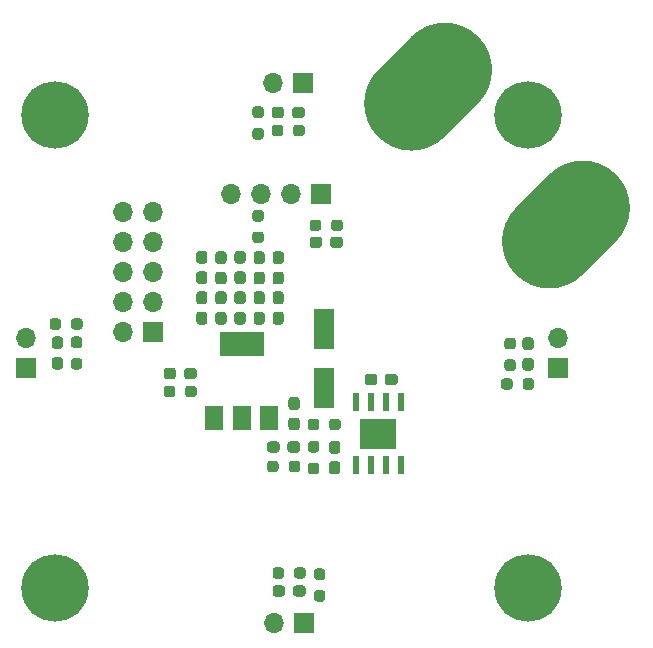
<source format=gbr>
%TF.GenerationSoftware,KiCad,Pcbnew,(5.1.8-0-10_14)*%
%TF.CreationDate,2021-02-18T22:33:31+08:00*%
%TF.ProjectId,batt_board,62617474-5f62-46f6-9172-642e6b696361,v0.2*%
%TF.SameCoordinates,Original*%
%TF.FileFunction,Soldermask,Top*%
%TF.FilePolarity,Negative*%
%FSLAX46Y46*%
G04 Gerber Fmt 4.6, Leading zero omitted, Abs format (unit mm)*
G04 Created by KiCad (PCBNEW (5.1.8-0-10_14)) date 2021-02-18 22:33:31*
%MOMM*%
%LPD*%
G01*
G04 APERTURE LIST*
%ADD10R,1.700000X1.700000*%
%ADD11O,1.700000X1.700000*%
%ADD12C,5.700000*%
%ADD13C,3.600000*%
%ADD14R,1.500000X2.000000*%
%ADD15R,3.800000X2.000000*%
%ADD16R,0.600000X1.550000*%
%ADD17R,3.100000X2.600000*%
%ADD18R,1.800000X3.500000*%
G04 APERTURE END LIST*
D10*
%TO.C,conn2upper1*%
X128270000Y-83312000D03*
D11*
X125730000Y-83312000D03*
X128270000Y-80772000D03*
X125730000Y-80772000D03*
X128270000Y-78232000D03*
X125730000Y-78232000D03*
X128270000Y-75692000D03*
X125730000Y-75692000D03*
X128270000Y-73152000D03*
X125730000Y-73152000D03*
%TD*%
D12*
%TO.C,H4*%
X160000000Y-65000000D03*
D13*
X160000000Y-65000000D03*
%TD*%
%TO.C,J_Batt*%
G36*
G01*
X158984723Y-72841309D02*
X161813151Y-70012881D01*
G75*
G02*
X167470005Y-70012881I2828427J-2828427D01*
G01*
X167470005Y-70012881D01*
G75*
G02*
X167470005Y-75669735I-2828427J-2828427D01*
G01*
X164641577Y-78498163D01*
G75*
G02*
X158984723Y-78498163I-2828427J2828427D01*
G01*
X158984723Y-78498163D01*
G75*
G02*
X158984723Y-72841309I2828427J2828427D01*
G01*
G37*
G36*
G01*
X147310390Y-61166976D02*
X150138818Y-58338548D01*
G75*
G02*
X155795672Y-58338548I2828427J-2828427D01*
G01*
X155795672Y-58338548D01*
G75*
G02*
X155795672Y-63995402I-2828427J-2828427D01*
G01*
X152967244Y-66823830D01*
G75*
G02*
X147310390Y-66823830I-2828427J2828427D01*
G01*
X147310390Y-66823830D01*
G75*
G02*
X147310390Y-61166976I2828427J2828427D01*
G01*
G37*
%TD*%
D12*
%TO.C,H2*%
X120000000Y-105000000D03*
D13*
X120000000Y-105000000D03*
%TD*%
D14*
%TO.C,U2*%
X133463000Y-90653000D03*
X138063000Y-90653000D03*
X135763000Y-90653000D03*
D15*
X135763000Y-84353000D03*
%TD*%
D16*
%TO.C,U1*%
X145415000Y-89248000D03*
X146685000Y-89248000D03*
X147955000Y-89248000D03*
X149225000Y-89248000D03*
X149225000Y-94648000D03*
X147955000Y-94648000D03*
X146685000Y-94648000D03*
X145415000Y-94648000D03*
D17*
X147320000Y-91948000D03*
%TD*%
D10*
%TO.C,Receiver1*%
X142494000Y-71628000D03*
D11*
X139954000Y-71628000D03*
X137414000Y-71628000D03*
X134874000Y-71628000D03*
%TD*%
%TO.C,R13*%
G36*
G01*
X137397500Y-75822000D02*
X136922500Y-75822000D01*
G75*
G02*
X136685000Y-75584500I0J237500D01*
G01*
X136685000Y-75084500D01*
G75*
G02*
X136922500Y-74847000I237500J0D01*
G01*
X137397500Y-74847000D01*
G75*
G02*
X137635000Y-75084500I0J-237500D01*
G01*
X137635000Y-75584500D01*
G75*
G02*
X137397500Y-75822000I-237500J0D01*
G01*
G37*
G36*
G01*
X137397500Y-73997000D02*
X136922500Y-73997000D01*
G75*
G02*
X136685000Y-73759500I0J237500D01*
G01*
X136685000Y-73259500D01*
G75*
G02*
X136922500Y-73022000I237500J0D01*
G01*
X137397500Y-73022000D01*
G75*
G02*
X137635000Y-73259500I0J-237500D01*
G01*
X137635000Y-73759500D01*
G75*
G02*
X137397500Y-73997000I-237500J0D01*
G01*
G37*
%TD*%
%TO.C,R12*%
G36*
G01*
X121329000Y-82914500D02*
X121329000Y-82439500D01*
G75*
G02*
X121566500Y-82202000I237500J0D01*
G01*
X122066500Y-82202000D01*
G75*
G02*
X122304000Y-82439500I0J-237500D01*
G01*
X122304000Y-82914500D01*
G75*
G02*
X122066500Y-83152000I-237500J0D01*
G01*
X121566500Y-83152000D01*
G75*
G02*
X121329000Y-82914500I0J237500D01*
G01*
G37*
G36*
G01*
X119504000Y-82914500D02*
X119504000Y-82439500D01*
G75*
G02*
X119741500Y-82202000I237500J0D01*
G01*
X120241500Y-82202000D01*
G75*
G02*
X120479000Y-82439500I0J-237500D01*
G01*
X120479000Y-82914500D01*
G75*
G02*
X120241500Y-83152000I-237500J0D01*
G01*
X119741500Y-83152000D01*
G75*
G02*
X119504000Y-82914500I0J237500D01*
G01*
G37*
%TD*%
%TO.C,R11*%
G36*
G01*
X142604500Y-104350000D02*
X142129500Y-104350000D01*
G75*
G02*
X141892000Y-104112500I0J237500D01*
G01*
X141892000Y-103612500D01*
G75*
G02*
X142129500Y-103375000I237500J0D01*
G01*
X142604500Y-103375000D01*
G75*
G02*
X142842000Y-103612500I0J-237500D01*
G01*
X142842000Y-104112500D01*
G75*
G02*
X142604500Y-104350000I-237500J0D01*
G01*
G37*
G36*
G01*
X142604500Y-106175000D02*
X142129500Y-106175000D01*
G75*
G02*
X141892000Y-105937500I0J237500D01*
G01*
X141892000Y-105437500D01*
G75*
G02*
X142129500Y-105200000I237500J0D01*
G01*
X142604500Y-105200000D01*
G75*
G02*
X142842000Y-105437500I0J-237500D01*
G01*
X142842000Y-105937500D01*
G75*
G02*
X142604500Y-106175000I-237500J0D01*
G01*
G37*
%TD*%
%TO.C,R10*%
G36*
G01*
X158706000Y-87519500D02*
X158706000Y-87994500D01*
G75*
G02*
X158468500Y-88232000I-237500J0D01*
G01*
X157968500Y-88232000D01*
G75*
G02*
X157731000Y-87994500I0J237500D01*
G01*
X157731000Y-87519500D01*
G75*
G02*
X157968500Y-87282000I237500J0D01*
G01*
X158468500Y-87282000D01*
G75*
G02*
X158706000Y-87519500I0J-237500D01*
G01*
G37*
G36*
G01*
X160531000Y-87519500D02*
X160531000Y-87994500D01*
G75*
G02*
X160293500Y-88232000I-237500J0D01*
G01*
X159793500Y-88232000D01*
G75*
G02*
X159556000Y-87994500I0J237500D01*
G01*
X159556000Y-87519500D01*
G75*
G02*
X159793500Y-87282000I237500J0D01*
G01*
X160293500Y-87282000D01*
G75*
G02*
X160531000Y-87519500I0J-237500D01*
G01*
G37*
%TD*%
%TO.C,R9*%
G36*
G01*
X136922500Y-66084000D02*
X137397500Y-66084000D01*
G75*
G02*
X137635000Y-66321500I0J-237500D01*
G01*
X137635000Y-66821500D01*
G75*
G02*
X137397500Y-67059000I-237500J0D01*
G01*
X136922500Y-67059000D01*
G75*
G02*
X136685000Y-66821500I0J237500D01*
G01*
X136685000Y-66321500D01*
G75*
G02*
X136922500Y-66084000I237500J0D01*
G01*
G37*
G36*
G01*
X136922500Y-64259000D02*
X137397500Y-64259000D01*
G75*
G02*
X137635000Y-64496500I0J-237500D01*
G01*
X137635000Y-64996500D01*
G75*
G02*
X137397500Y-65234000I-237500J0D01*
G01*
X136922500Y-65234000D01*
G75*
G02*
X136685000Y-64996500I0J237500D01*
G01*
X136685000Y-64496500D01*
G75*
G02*
X136922500Y-64259000I237500J0D01*
G01*
G37*
%TD*%
%TO.C,R8*%
G36*
G01*
X130131000Y-88154500D02*
X130131000Y-88629500D01*
G75*
G02*
X129893500Y-88867000I-237500J0D01*
G01*
X129393500Y-88867000D01*
G75*
G02*
X129156000Y-88629500I0J237500D01*
G01*
X129156000Y-88154500D01*
G75*
G02*
X129393500Y-87917000I237500J0D01*
G01*
X129893500Y-87917000D01*
G75*
G02*
X130131000Y-88154500I0J-237500D01*
G01*
G37*
G36*
G01*
X131956000Y-88154500D02*
X131956000Y-88629500D01*
G75*
G02*
X131718500Y-88867000I-237500J0D01*
G01*
X131218500Y-88867000D01*
G75*
G02*
X130981000Y-88629500I0J237500D01*
G01*
X130981000Y-88154500D01*
G75*
G02*
X131218500Y-87917000I237500J0D01*
G01*
X131718500Y-87917000D01*
G75*
G02*
X131956000Y-88154500I0J-237500D01*
G01*
G37*
%TD*%
%TO.C,R7*%
G36*
G01*
X138894000Y-94504500D02*
X138894000Y-94979500D01*
G75*
G02*
X138656500Y-95217000I-237500J0D01*
G01*
X138156500Y-95217000D01*
G75*
G02*
X137919000Y-94979500I0J237500D01*
G01*
X137919000Y-94504500D01*
G75*
G02*
X138156500Y-94267000I237500J0D01*
G01*
X138656500Y-94267000D01*
G75*
G02*
X138894000Y-94504500I0J-237500D01*
G01*
G37*
G36*
G01*
X140719000Y-94504500D02*
X140719000Y-94979500D01*
G75*
G02*
X140481500Y-95217000I-237500J0D01*
G01*
X139981500Y-95217000D01*
G75*
G02*
X139744000Y-94979500I0J237500D01*
G01*
X139744000Y-94504500D01*
G75*
G02*
X139981500Y-94267000I237500J0D01*
G01*
X140481500Y-94267000D01*
G75*
G02*
X140719000Y-94504500I0J-237500D01*
G01*
G37*
%TD*%
%TO.C,R6*%
G36*
G01*
X141621500Y-94405000D02*
X142096500Y-94405000D01*
G75*
G02*
X142334000Y-94642500I0J-237500D01*
G01*
X142334000Y-95142500D01*
G75*
G02*
X142096500Y-95380000I-237500J0D01*
G01*
X141621500Y-95380000D01*
G75*
G02*
X141384000Y-95142500I0J237500D01*
G01*
X141384000Y-94642500D01*
G75*
G02*
X141621500Y-94405000I237500J0D01*
G01*
G37*
G36*
G01*
X141621500Y-92580000D02*
X142096500Y-92580000D01*
G75*
G02*
X142334000Y-92817500I0J-237500D01*
G01*
X142334000Y-93317500D01*
G75*
G02*
X142096500Y-93555000I-237500J0D01*
G01*
X141621500Y-93555000D01*
G75*
G02*
X141384000Y-93317500I0J237500D01*
G01*
X141384000Y-92817500D01*
G75*
G02*
X141621500Y-92580000I237500J0D01*
G01*
G37*
%TD*%
%TO.C,R5*%
G36*
G01*
X141523964Y-74560233D02*
X141523964Y-74085233D01*
G75*
G02*
X141761464Y-73847733I237500J0D01*
G01*
X142261464Y-73847733D01*
G75*
G02*
X142498964Y-74085233I0J-237500D01*
G01*
X142498964Y-74560233D01*
G75*
G02*
X142261464Y-74797733I-237500J0D01*
G01*
X141761464Y-74797733D01*
G75*
G02*
X141523964Y-74560233I0J237500D01*
G01*
G37*
G36*
G01*
X143348964Y-74560233D02*
X143348964Y-74085233D01*
G75*
G02*
X143586464Y-73847733I237500J0D01*
G01*
X144086464Y-73847733D01*
G75*
G02*
X144323964Y-74085233I0J-237500D01*
G01*
X144323964Y-74560233D01*
G75*
G02*
X144086464Y-74797733I-237500J0D01*
G01*
X143586464Y-74797733D01*
G75*
G02*
X143348964Y-74560233I0J237500D01*
G01*
G37*
%TD*%
%TO.C,R4*%
G36*
G01*
X122028122Y-84706715D02*
X121553122Y-84706715D01*
G75*
G02*
X121315622Y-84469215I0J237500D01*
G01*
X121315622Y-83969215D01*
G75*
G02*
X121553122Y-83731715I237500J0D01*
G01*
X122028122Y-83731715D01*
G75*
G02*
X122265622Y-83969215I0J-237500D01*
G01*
X122265622Y-84469215D01*
G75*
G02*
X122028122Y-84706715I-237500J0D01*
G01*
G37*
G36*
G01*
X122028122Y-86531715D02*
X121553122Y-86531715D01*
G75*
G02*
X121315622Y-86294215I0J237500D01*
G01*
X121315622Y-85794215D01*
G75*
G02*
X121553122Y-85556715I237500J0D01*
G01*
X122028122Y-85556715D01*
G75*
G02*
X122265622Y-85794215I0J-237500D01*
G01*
X122265622Y-86294215D01*
G75*
G02*
X122028122Y-86531715I-237500J0D01*
G01*
G37*
%TD*%
%TO.C,R3*%
G36*
G01*
X139357000Y-103521500D02*
X139357000Y-103996500D01*
G75*
G02*
X139119500Y-104234000I-237500J0D01*
G01*
X138619500Y-104234000D01*
G75*
G02*
X138382000Y-103996500I0J237500D01*
G01*
X138382000Y-103521500D01*
G75*
G02*
X138619500Y-103284000I237500J0D01*
G01*
X139119500Y-103284000D01*
G75*
G02*
X139357000Y-103521500I0J-237500D01*
G01*
G37*
G36*
G01*
X141182000Y-103521500D02*
X141182000Y-103996500D01*
G75*
G02*
X140944500Y-104234000I-237500J0D01*
G01*
X140444500Y-104234000D01*
G75*
G02*
X140207000Y-103996500I0J237500D01*
G01*
X140207000Y-103521500D01*
G75*
G02*
X140444500Y-103284000I237500J0D01*
G01*
X140944500Y-103284000D01*
G75*
G02*
X141182000Y-103521500I0J-237500D01*
G01*
G37*
%TD*%
%TO.C,R2*%
G36*
G01*
X158258500Y-85668014D02*
X158733500Y-85668014D01*
G75*
G02*
X158971000Y-85905514I0J-237500D01*
G01*
X158971000Y-86405514D01*
G75*
G02*
X158733500Y-86643014I-237500J0D01*
G01*
X158258500Y-86643014D01*
G75*
G02*
X158021000Y-86405514I0J237500D01*
G01*
X158021000Y-85905514D01*
G75*
G02*
X158258500Y-85668014I237500J0D01*
G01*
G37*
G36*
G01*
X158258500Y-83843014D02*
X158733500Y-83843014D01*
G75*
G02*
X158971000Y-84080514I0J-237500D01*
G01*
X158971000Y-84580514D01*
G75*
G02*
X158733500Y-84818014I-237500J0D01*
G01*
X158258500Y-84818014D01*
G75*
G02*
X158021000Y-84580514I0J237500D01*
G01*
X158021000Y-84080514D01*
G75*
G02*
X158258500Y-83843014I237500J0D01*
G01*
G37*
%TD*%
%TO.C,R1*%
G36*
G01*
X140125000Y-66531500D02*
X140125000Y-66056500D01*
G75*
G02*
X140362500Y-65819000I237500J0D01*
G01*
X140862500Y-65819000D01*
G75*
G02*
X141100000Y-66056500I0J-237500D01*
G01*
X141100000Y-66531500D01*
G75*
G02*
X140862500Y-66769000I-237500J0D01*
G01*
X140362500Y-66769000D01*
G75*
G02*
X140125000Y-66531500I0J237500D01*
G01*
G37*
G36*
G01*
X138300000Y-66531500D02*
X138300000Y-66056500D01*
G75*
G02*
X138537500Y-65819000I237500J0D01*
G01*
X139037500Y-65819000D01*
G75*
G02*
X139275000Y-66056500I0J-237500D01*
G01*
X139275000Y-66531500D01*
G75*
G02*
X139037500Y-66769000I-237500J0D01*
G01*
X138537500Y-66769000D01*
G75*
G02*
X138300000Y-66531500I0J237500D01*
G01*
G37*
%TD*%
%TO.C,L1*%
G36*
G01*
X142323000Y-90948500D02*
X142323000Y-91423500D01*
G75*
G02*
X142085500Y-91661000I-237500J0D01*
G01*
X141585500Y-91661000D01*
G75*
G02*
X141348000Y-91423500I0J237500D01*
G01*
X141348000Y-90948500D01*
G75*
G02*
X141585500Y-90711000I237500J0D01*
G01*
X142085500Y-90711000D01*
G75*
G02*
X142323000Y-90948500I0J-237500D01*
G01*
G37*
G36*
G01*
X144148000Y-90948500D02*
X144148000Y-91423500D01*
G75*
G02*
X143910500Y-91661000I-237500J0D01*
G01*
X143410500Y-91661000D01*
G75*
G02*
X143173000Y-91423500I0J237500D01*
G01*
X143173000Y-90948500D01*
G75*
G02*
X143410500Y-90711000I237500J0D01*
G01*
X143910500Y-90711000D01*
G75*
G02*
X144148000Y-90948500I0J-237500D01*
G01*
G37*
%TD*%
D12*
%TO.C,H3*%
X160000000Y-105000000D03*
D13*
X160000000Y-105000000D03*
%TD*%
D12*
%TO.C,H1*%
X120000000Y-65000000D03*
D13*
X120000000Y-65000000D03*
%TD*%
%TO.C,D7*%
G36*
G01*
X130206000Y-86630500D02*
X130206000Y-87105500D01*
G75*
G02*
X129968500Y-87343000I-237500J0D01*
G01*
X129393500Y-87343000D01*
G75*
G02*
X129156000Y-87105500I0J237500D01*
G01*
X129156000Y-86630500D01*
G75*
G02*
X129393500Y-86393000I237500J0D01*
G01*
X129968500Y-86393000D01*
G75*
G02*
X130206000Y-86630500I0J-237500D01*
G01*
G37*
G36*
G01*
X131956000Y-86630500D02*
X131956000Y-87105500D01*
G75*
G02*
X131718500Y-87343000I-237500J0D01*
G01*
X131143500Y-87343000D01*
G75*
G02*
X130906000Y-87105500I0J237500D01*
G01*
X130906000Y-86630500D01*
G75*
G02*
X131143500Y-86393000I237500J0D01*
G01*
X131718500Y-86393000D01*
G75*
G02*
X131956000Y-86630500I0J-237500D01*
G01*
G37*
%TD*%
D18*
%TO.C,D6*%
X142748000Y-83098000D03*
X142748000Y-88098000D03*
%TD*%
%TO.C,D5*%
G36*
G01*
X141523964Y-75997074D02*
X141523964Y-75522074D01*
G75*
G02*
X141761464Y-75284574I237500J0D01*
G01*
X142336464Y-75284574D01*
G75*
G02*
X142573964Y-75522074I0J-237500D01*
G01*
X142573964Y-75997074D01*
G75*
G02*
X142336464Y-76234574I-237500J0D01*
G01*
X141761464Y-76234574D01*
G75*
G02*
X141523964Y-75997074I0J237500D01*
G01*
G37*
G36*
G01*
X143273964Y-75997074D02*
X143273964Y-75522074D01*
G75*
G02*
X143511464Y-75284574I237500J0D01*
G01*
X144086464Y-75284574D01*
G75*
G02*
X144323964Y-75522074I0J-237500D01*
G01*
X144323964Y-75997074D01*
G75*
G02*
X144086464Y-76234574I-237500J0D01*
G01*
X143511464Y-76234574D01*
G75*
G02*
X143273964Y-75997074I0J237500D01*
G01*
G37*
%TD*%
%TO.C,D4*%
G36*
G01*
X119936676Y-85481715D02*
X120411676Y-85481715D01*
G75*
G02*
X120649176Y-85719215I0J-237500D01*
G01*
X120649176Y-86294215D01*
G75*
G02*
X120411676Y-86531715I-237500J0D01*
G01*
X119936676Y-86531715D01*
G75*
G02*
X119699176Y-86294215I0J237500D01*
G01*
X119699176Y-85719215D01*
G75*
G02*
X119936676Y-85481715I237500J0D01*
G01*
G37*
G36*
G01*
X119936676Y-83731715D02*
X120411676Y-83731715D01*
G75*
G02*
X120649176Y-83969215I0J-237500D01*
G01*
X120649176Y-84544215D01*
G75*
G02*
X120411676Y-84781715I-237500J0D01*
G01*
X119936676Y-84781715D01*
G75*
G02*
X119699176Y-84544215I0J237500D01*
G01*
X119699176Y-83969215D01*
G75*
G02*
X119936676Y-83731715I237500J0D01*
G01*
G37*
%TD*%
%TO.C,D3*%
G36*
G01*
X140132000Y-105520500D02*
X140132000Y-105045500D01*
G75*
G02*
X140369500Y-104808000I237500J0D01*
G01*
X140944500Y-104808000D01*
G75*
G02*
X141182000Y-105045500I0J-237500D01*
G01*
X141182000Y-105520500D01*
G75*
G02*
X140944500Y-105758000I-237500J0D01*
G01*
X140369500Y-105758000D01*
G75*
G02*
X140132000Y-105520500I0J237500D01*
G01*
G37*
G36*
G01*
X138382000Y-105520500D02*
X138382000Y-105045500D01*
G75*
G02*
X138619500Y-104808000I237500J0D01*
G01*
X139194500Y-104808000D01*
G75*
G02*
X139432000Y-105045500I0J-237500D01*
G01*
X139432000Y-105520500D01*
G75*
G02*
X139194500Y-105758000I-237500J0D01*
G01*
X138619500Y-105758000D01*
G75*
G02*
X138382000Y-105520500I0J237500D01*
G01*
G37*
%TD*%
%TO.C,D2*%
G36*
G01*
X160257500Y-84867000D02*
X159782500Y-84867000D01*
G75*
G02*
X159545000Y-84629500I0J237500D01*
G01*
X159545000Y-84054500D01*
G75*
G02*
X159782500Y-83817000I237500J0D01*
G01*
X160257500Y-83817000D01*
G75*
G02*
X160495000Y-84054500I0J-237500D01*
G01*
X160495000Y-84629500D01*
G75*
G02*
X160257500Y-84867000I-237500J0D01*
G01*
G37*
G36*
G01*
X160257500Y-86617000D02*
X159782500Y-86617000D01*
G75*
G02*
X159545000Y-86379500I0J237500D01*
G01*
X159545000Y-85804500D01*
G75*
G02*
X159782500Y-85567000I237500J0D01*
G01*
X160257500Y-85567000D01*
G75*
G02*
X160495000Y-85804500I0J-237500D01*
G01*
X160495000Y-86379500D01*
G75*
G02*
X160257500Y-86617000I-237500J0D01*
G01*
G37*
%TD*%
%TO.C,D1*%
G36*
G01*
X139350000Y-64532500D02*
X139350000Y-65007500D01*
G75*
G02*
X139112500Y-65245000I-237500J0D01*
G01*
X138537500Y-65245000D01*
G75*
G02*
X138300000Y-65007500I0J237500D01*
G01*
X138300000Y-64532500D01*
G75*
G02*
X138537500Y-64295000I237500J0D01*
G01*
X139112500Y-64295000D01*
G75*
G02*
X139350000Y-64532500I0J-237500D01*
G01*
G37*
G36*
G01*
X141100000Y-64532500D02*
X141100000Y-65007500D01*
G75*
G02*
X140862500Y-65245000I-237500J0D01*
G01*
X140287500Y-65245000D01*
G75*
G02*
X140050000Y-65007500I0J237500D01*
G01*
X140050000Y-64532500D01*
G75*
G02*
X140287500Y-64295000I237500J0D01*
G01*
X140862500Y-64295000D01*
G75*
G02*
X141100000Y-64532500I0J-237500D01*
G01*
G37*
%TD*%
D11*
%TO.C,CH4*%
X117475000Y-83820000D03*
D10*
X117475000Y-86360000D03*
%TD*%
D11*
%TO.C,CH3*%
X138532200Y-107950000D03*
D10*
X141072200Y-107950000D03*
%TD*%
D11*
%TO.C,CH2*%
X162560000Y-83820000D03*
D10*
X162560000Y-86360000D03*
%TD*%
D11*
%TO.C,CH1*%
X138430000Y-62230000D03*
D10*
X140970000Y-62230000D03*
%TD*%
%TO.C,C14*%
G36*
G01*
X137008767Y-76529036D02*
X137483767Y-76529036D01*
G75*
G02*
X137721267Y-76766536I0J-237500D01*
G01*
X137721267Y-77366536D01*
G75*
G02*
X137483767Y-77604036I-237500J0D01*
G01*
X137008767Y-77604036D01*
G75*
G02*
X136771267Y-77366536I0J237500D01*
G01*
X136771267Y-76766536D01*
G75*
G02*
X137008767Y-76529036I237500J0D01*
G01*
G37*
G36*
G01*
X137008767Y-78254036D02*
X137483767Y-78254036D01*
G75*
G02*
X137721267Y-78491536I0J-237500D01*
G01*
X137721267Y-79091536D01*
G75*
G02*
X137483767Y-79329036I-237500J0D01*
G01*
X137008767Y-79329036D01*
G75*
G02*
X136771267Y-79091536I0J237500D01*
G01*
X136771267Y-78491536D01*
G75*
G02*
X137008767Y-78254036I237500J0D01*
G01*
G37*
%TD*%
%TO.C,C13*%
G36*
G01*
X135867321Y-79293511D02*
X135392321Y-79293511D01*
G75*
G02*
X135154821Y-79056011I0J237500D01*
G01*
X135154821Y-78456011D01*
G75*
G02*
X135392321Y-78218511I237500J0D01*
G01*
X135867321Y-78218511D01*
G75*
G02*
X136104821Y-78456011I0J-237500D01*
G01*
X136104821Y-79056011D01*
G75*
G02*
X135867321Y-79293511I-237500J0D01*
G01*
G37*
G36*
G01*
X135867321Y-77568511D02*
X135392321Y-77568511D01*
G75*
G02*
X135154821Y-77331011I0J237500D01*
G01*
X135154821Y-76731011D01*
G75*
G02*
X135392321Y-76493511I237500J0D01*
G01*
X135867321Y-76493511D01*
G75*
G02*
X136104821Y-76731011I0J-237500D01*
G01*
X136104821Y-77331011D01*
G75*
G02*
X135867321Y-77568511I-237500J0D01*
G01*
G37*
%TD*%
%TO.C,C12*%
G36*
G01*
X132159429Y-76493511D02*
X132634429Y-76493511D01*
G75*
G02*
X132871929Y-76731011I0J-237500D01*
G01*
X132871929Y-77331011D01*
G75*
G02*
X132634429Y-77568511I-237500J0D01*
G01*
X132159429Y-77568511D01*
G75*
G02*
X131921929Y-77331011I0J237500D01*
G01*
X131921929Y-76731011D01*
G75*
G02*
X132159429Y-76493511I237500J0D01*
G01*
G37*
G36*
G01*
X132159429Y-78218511D02*
X132634429Y-78218511D01*
G75*
G02*
X132871929Y-78456011I0J-237500D01*
G01*
X132871929Y-79056011D01*
G75*
G02*
X132634429Y-79293511I-237500J0D01*
G01*
X132159429Y-79293511D01*
G75*
G02*
X131921929Y-79056011I0J237500D01*
G01*
X131921929Y-78456011D01*
G75*
G02*
X132159429Y-78218511I237500J0D01*
G01*
G37*
%TD*%
%TO.C,C11*%
G36*
G01*
X134250875Y-79329036D02*
X133775875Y-79329036D01*
G75*
G02*
X133538375Y-79091536I0J237500D01*
G01*
X133538375Y-78491536D01*
G75*
G02*
X133775875Y-78254036I237500J0D01*
G01*
X134250875Y-78254036D01*
G75*
G02*
X134488375Y-78491536I0J-237500D01*
G01*
X134488375Y-79091536D01*
G75*
G02*
X134250875Y-79329036I-237500J0D01*
G01*
G37*
G36*
G01*
X134250875Y-77604036D02*
X133775875Y-77604036D01*
G75*
G02*
X133538375Y-77366536I0J237500D01*
G01*
X133538375Y-76766536D01*
G75*
G02*
X133775875Y-76529036I237500J0D01*
G01*
X134250875Y-76529036D01*
G75*
G02*
X134488375Y-76766536I0J-237500D01*
G01*
X134488375Y-77366536D01*
G75*
G02*
X134250875Y-77604036I-237500J0D01*
G01*
G37*
%TD*%
%TO.C,C10*%
G36*
G01*
X138625213Y-76529036D02*
X139100213Y-76529036D01*
G75*
G02*
X139337713Y-76766536I0J-237500D01*
G01*
X139337713Y-77366536D01*
G75*
G02*
X139100213Y-77604036I-237500J0D01*
G01*
X138625213Y-77604036D01*
G75*
G02*
X138387713Y-77366536I0J237500D01*
G01*
X138387713Y-76766536D01*
G75*
G02*
X138625213Y-76529036I237500J0D01*
G01*
G37*
G36*
G01*
X138625213Y-78254036D02*
X139100213Y-78254036D01*
G75*
G02*
X139337713Y-78491536I0J-237500D01*
G01*
X139337713Y-79091536D01*
G75*
G02*
X139100213Y-79329036I-237500J0D01*
G01*
X138625213Y-79329036D01*
G75*
G02*
X138387713Y-79091536I0J237500D01*
G01*
X138387713Y-78491536D01*
G75*
G02*
X138625213Y-78254036I237500J0D01*
G01*
G37*
%TD*%
%TO.C,C9*%
G36*
G01*
X137483767Y-82721934D02*
X137008767Y-82721934D01*
G75*
G02*
X136771267Y-82484434I0J237500D01*
G01*
X136771267Y-81884434D01*
G75*
G02*
X137008767Y-81646934I237500J0D01*
G01*
X137483767Y-81646934D01*
G75*
G02*
X137721267Y-81884434I0J-237500D01*
G01*
X137721267Y-82484434D01*
G75*
G02*
X137483767Y-82721934I-237500J0D01*
G01*
G37*
G36*
G01*
X137483767Y-80996934D02*
X137008767Y-80996934D01*
G75*
G02*
X136771267Y-80759434I0J237500D01*
G01*
X136771267Y-80159434D01*
G75*
G02*
X137008767Y-79921934I237500J0D01*
G01*
X137483767Y-79921934D01*
G75*
G02*
X137721267Y-80159434I0J-237500D01*
G01*
X137721267Y-80759434D01*
G75*
G02*
X137483767Y-80996934I-237500J0D01*
G01*
G37*
%TD*%
%TO.C,C8*%
G36*
G01*
X135392321Y-79921934D02*
X135867321Y-79921934D01*
G75*
G02*
X136104821Y-80159434I0J-237500D01*
G01*
X136104821Y-80759434D01*
G75*
G02*
X135867321Y-80996934I-237500J0D01*
G01*
X135392321Y-80996934D01*
G75*
G02*
X135154821Y-80759434I0J237500D01*
G01*
X135154821Y-80159434D01*
G75*
G02*
X135392321Y-79921934I237500J0D01*
G01*
G37*
G36*
G01*
X135392321Y-81646934D02*
X135867321Y-81646934D01*
G75*
G02*
X136104821Y-81884434I0J-237500D01*
G01*
X136104821Y-82484434D01*
G75*
G02*
X135867321Y-82721934I-237500J0D01*
G01*
X135392321Y-82721934D01*
G75*
G02*
X135154821Y-82484434I0J237500D01*
G01*
X135154821Y-81884434D01*
G75*
G02*
X135392321Y-81646934I237500J0D01*
G01*
G37*
%TD*%
%TO.C,C7*%
G36*
G01*
X134250875Y-82721934D02*
X133775875Y-82721934D01*
G75*
G02*
X133538375Y-82484434I0J237500D01*
G01*
X133538375Y-81884434D01*
G75*
G02*
X133775875Y-81646934I237500J0D01*
G01*
X134250875Y-81646934D01*
G75*
G02*
X134488375Y-81884434I0J-237500D01*
G01*
X134488375Y-82484434D01*
G75*
G02*
X134250875Y-82721934I-237500J0D01*
G01*
G37*
G36*
G01*
X134250875Y-80996934D02*
X133775875Y-80996934D01*
G75*
G02*
X133538375Y-80759434I0J237500D01*
G01*
X133538375Y-80159434D01*
G75*
G02*
X133775875Y-79921934I237500J0D01*
G01*
X134250875Y-79921934D01*
G75*
G02*
X134488375Y-80159434I0J-237500D01*
G01*
X134488375Y-80759434D01*
G75*
G02*
X134250875Y-80996934I-237500J0D01*
G01*
G37*
%TD*%
%TO.C,C6*%
G36*
G01*
X132159429Y-79921934D02*
X132634429Y-79921934D01*
G75*
G02*
X132871929Y-80159434I0J-237500D01*
G01*
X132871929Y-80759434D01*
G75*
G02*
X132634429Y-80996934I-237500J0D01*
G01*
X132159429Y-80996934D01*
G75*
G02*
X131921929Y-80759434I0J237500D01*
G01*
X131921929Y-80159434D01*
G75*
G02*
X132159429Y-79921934I237500J0D01*
G01*
G37*
G36*
G01*
X132159429Y-81646934D02*
X132634429Y-81646934D01*
G75*
G02*
X132871929Y-81884434I0J-237500D01*
G01*
X132871929Y-82484434D01*
G75*
G02*
X132634429Y-82721934I-237500J0D01*
G01*
X132159429Y-82721934D01*
G75*
G02*
X131921929Y-82484434I0J237500D01*
G01*
X131921929Y-81884434D01*
G75*
G02*
X132159429Y-81646934I237500J0D01*
G01*
G37*
%TD*%
%TO.C,C5*%
G36*
G01*
X139100213Y-82721934D02*
X138625213Y-82721934D01*
G75*
G02*
X138387713Y-82484434I0J237500D01*
G01*
X138387713Y-81884434D01*
G75*
G02*
X138625213Y-81646934I237500J0D01*
G01*
X139100213Y-81646934D01*
G75*
G02*
X139337713Y-81884434I0J-237500D01*
G01*
X139337713Y-82484434D01*
G75*
G02*
X139100213Y-82721934I-237500J0D01*
G01*
G37*
G36*
G01*
X139100213Y-80996934D02*
X138625213Y-80996934D01*
G75*
G02*
X138387713Y-80759434I0J237500D01*
G01*
X138387713Y-80159434D01*
G75*
G02*
X138625213Y-79921934I237500J0D01*
G01*
X139100213Y-79921934D01*
G75*
G02*
X139337713Y-80159434I0J-237500D01*
G01*
X139337713Y-80759434D01*
G75*
G02*
X139100213Y-80996934I-237500J0D01*
G01*
G37*
%TD*%
%TO.C,C4*%
G36*
G01*
X138994000Y-92853500D02*
X138994000Y-93328500D01*
G75*
G02*
X138756500Y-93566000I-237500J0D01*
G01*
X138156500Y-93566000D01*
G75*
G02*
X137919000Y-93328500I0J237500D01*
G01*
X137919000Y-92853500D01*
G75*
G02*
X138156500Y-92616000I237500J0D01*
G01*
X138756500Y-92616000D01*
G75*
G02*
X138994000Y-92853500I0J-237500D01*
G01*
G37*
G36*
G01*
X140719000Y-92853500D02*
X140719000Y-93328500D01*
G75*
G02*
X140481500Y-93566000I-237500J0D01*
G01*
X139881500Y-93566000D01*
G75*
G02*
X139644000Y-93328500I0J237500D01*
G01*
X139644000Y-92853500D01*
G75*
G02*
X139881500Y-92616000I237500J0D01*
G01*
X140481500Y-92616000D01*
G75*
G02*
X140719000Y-92853500I0J-237500D01*
G01*
G37*
%TD*%
%TO.C,C3*%
G36*
G01*
X140445500Y-89945500D02*
X139970500Y-89945500D01*
G75*
G02*
X139733000Y-89708000I0J237500D01*
G01*
X139733000Y-89108000D01*
G75*
G02*
X139970500Y-88870500I237500J0D01*
G01*
X140445500Y-88870500D01*
G75*
G02*
X140683000Y-89108000I0J-237500D01*
G01*
X140683000Y-89708000D01*
G75*
G02*
X140445500Y-89945500I-237500J0D01*
G01*
G37*
G36*
G01*
X140445500Y-91670500D02*
X139970500Y-91670500D01*
G75*
G02*
X139733000Y-91433000I0J237500D01*
G01*
X139733000Y-90833000D01*
G75*
G02*
X139970500Y-90595500I237500J0D01*
G01*
X140445500Y-90595500D01*
G75*
G02*
X140683000Y-90833000I0J-237500D01*
G01*
X140683000Y-91433000D01*
G75*
G02*
X140445500Y-91670500I-237500J0D01*
G01*
G37*
%TD*%
%TO.C,C2*%
G36*
G01*
X143874500Y-93655000D02*
X143399500Y-93655000D01*
G75*
G02*
X143162000Y-93417500I0J237500D01*
G01*
X143162000Y-92817500D01*
G75*
G02*
X143399500Y-92580000I237500J0D01*
G01*
X143874500Y-92580000D01*
G75*
G02*
X144112000Y-92817500I0J-237500D01*
G01*
X144112000Y-93417500D01*
G75*
G02*
X143874500Y-93655000I-237500J0D01*
G01*
G37*
G36*
G01*
X143874500Y-95380000D02*
X143399500Y-95380000D01*
G75*
G02*
X143162000Y-95142500I0J237500D01*
G01*
X143162000Y-94542500D01*
G75*
G02*
X143399500Y-94305000I237500J0D01*
G01*
X143874500Y-94305000D01*
G75*
G02*
X144112000Y-94542500I0J-237500D01*
G01*
X144112000Y-95142500D01*
G75*
G02*
X143874500Y-95380000I-237500J0D01*
G01*
G37*
%TD*%
%TO.C,C1*%
G36*
G01*
X147899000Y-87613500D02*
X147899000Y-87138500D01*
G75*
G02*
X148136500Y-86901000I237500J0D01*
G01*
X148736500Y-86901000D01*
G75*
G02*
X148974000Y-87138500I0J-237500D01*
G01*
X148974000Y-87613500D01*
G75*
G02*
X148736500Y-87851000I-237500J0D01*
G01*
X148136500Y-87851000D01*
G75*
G02*
X147899000Y-87613500I0J237500D01*
G01*
G37*
G36*
G01*
X146174000Y-87613500D02*
X146174000Y-87138500D01*
G75*
G02*
X146411500Y-86901000I237500J0D01*
G01*
X147011500Y-86901000D01*
G75*
G02*
X147249000Y-87138500I0J-237500D01*
G01*
X147249000Y-87613500D01*
G75*
G02*
X147011500Y-87851000I-237500J0D01*
G01*
X146411500Y-87851000D01*
G75*
G02*
X146174000Y-87613500I0J237500D01*
G01*
G37*
%TD*%
M02*

</source>
